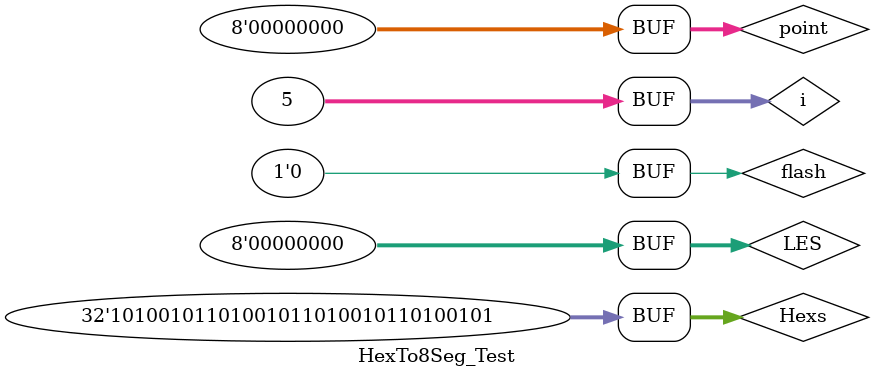
<source format=v>
`timescale 1ns / 1ps


module HexTo8Seg_Test;

	// Inputs
	reg flash;
	reg [7:0] LES;
	reg [7:0] point;
	reg [31:0] Hexs;

	// Outputs
	wire [63:0] SEG_TXT;

	// Instantiate the Unit Under Test (UUT)
	HexTo8SEG uut (
		.flash(flash), 
		.LES(LES), 
		.point(point), 
		.Hexs(Hexs), 
		.SEG_TXT(SEG_TXT)
	);
integer i;
	initial begin
		// Initialize Inputs
		flash = 0;
		LES=8'b00001111;  // half flash
		point = 0;
		Hexs = 0;

		// Wait 100 ns f  or global reset to finish
		#200;	
		for(i=1;i<5;i=i+1) begin
		Hexs=32'h12345678;
		#200;
		Hexs=32'hA5A5A5A5;
		#200;
		end
		
		#100;
		flash = 0;
		LES = 0;
		// Add stimulus here

	end
	
	always begin   // ÉÁË¸ÆµÂÊ
	#50;
		flash=1;
	#50;
		flash=0;
	end
	

		
      
endmodule


</source>
